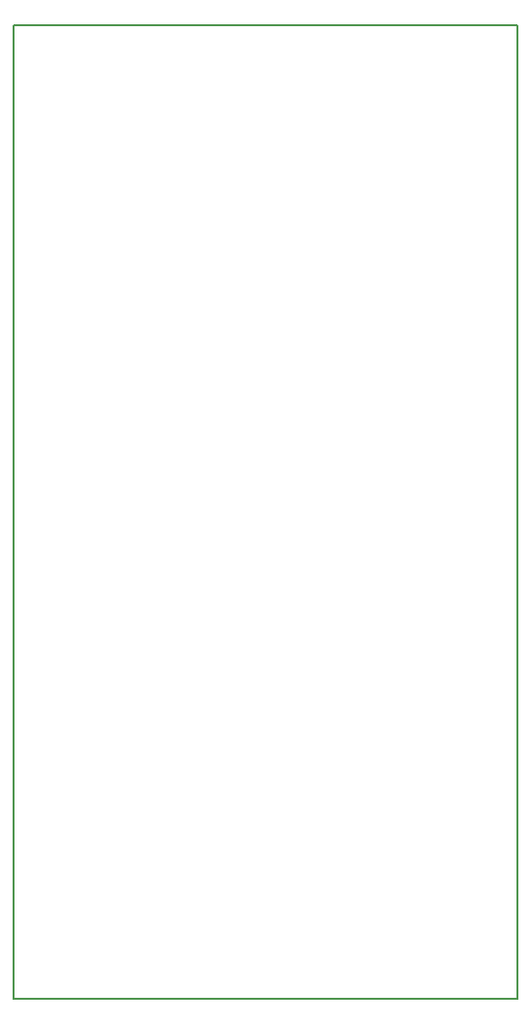
<source format=gbr>
G04 #@! TF.FileFunction,Profile,NP*
%FSLAX46Y46*%
G04 Gerber Fmt 4.6, Leading zero omitted, Abs format (unit mm)*
G04 Created by KiCad (PCBNEW 4.0.5) date 08/02/17 15:31:24*
%MOMM*%
%LPD*%
G01*
G04 APERTURE LIST*
%ADD10C,0.100000*%
%ADD11C,0.150000*%
G04 APERTURE END LIST*
D10*
D11*
X125000000Y-127500000D02*
X125000000Y-123000000D01*
X169000000Y-127500000D02*
X125000000Y-127500000D01*
X169000000Y-123000000D02*
X169000000Y-127500000D01*
X125000000Y-42500000D02*
X125000000Y-47000000D01*
X169000000Y-42500000D02*
X125000000Y-42500000D01*
X169000000Y-47000000D02*
X169000000Y-42500000D01*
X125000000Y-47000000D02*
X125000000Y-48000000D01*
X169000000Y-123000000D02*
X169000000Y-47000000D01*
X125000000Y-47000000D02*
X125000000Y-123000000D01*
M02*

</source>
